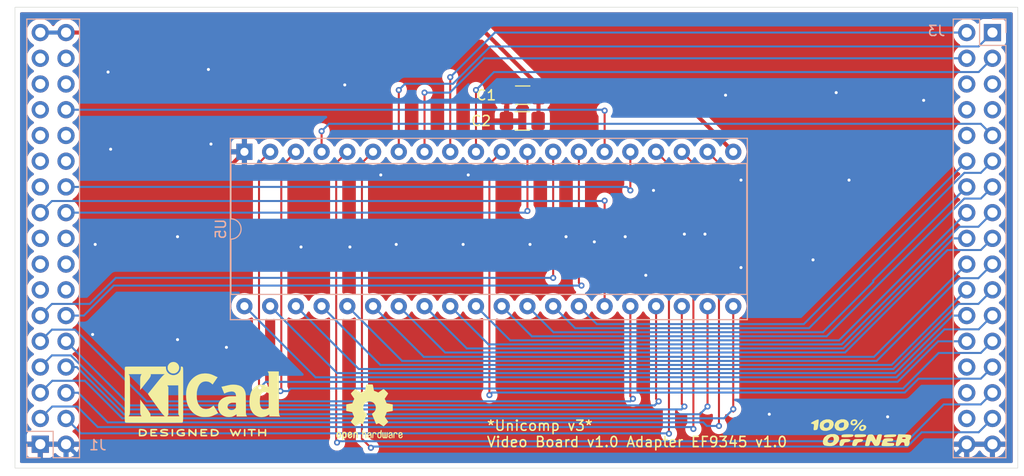
<source format=kicad_pcb>
(kicad_pcb (version 20240108) (generator "pcbnew") (generator_version "8.0")
  (layers (0 "F.Cu" signal) (31 "B.Cu" signal) (34 "B.Paste" user) (35 "F.Paste" user) (36 "B.SilkS" user "B.Silkscreen") (37 "F.SilkS" user "F.Silkscreen") (38 "B.Mask" user) (39 "F.Mask" user) (44 "Edge.Cuts" user))
  (net 0 "")
  (net 1 "GND")
  (net 2 "+5V")
  (net 3 "/VA1")
  (net 4 "/D4")
  (net 5 "/~{RST}")
  (net 6 "/D7")
  (net 7 "/VA11")
  (net 8 "/VA18")
  (net 9 "/D1")
  (net 10 "/CRSR")
  (net 11 "/VA7")
  (net 12 "/D5")
  (net 13 "/VA8")
  (net 14 "/D0")
  (net 15 "/VA13")
  (net 16 "/VCLK")
  (net 17 "/VA15")
  (net 18 "/VA0")
  (net 19 "/D6")
  (net 20 "/VA14")
  (net 21 "/VA4")
  (net 22 "/VA3")
  (net 23 "/VA6")
  (net 25 "/Res0")
  (net 26 "/R{slash}~{W}")
  (net 27 "/D3")
  (net 28 "/DE")
  (net 29 "/D2")
  (net 30 "/VA10")
  (net 31 "/VA5")
  (net 32 "/VA9")
  (net 33 "/HS")
  (net 34 "/VA12")
  (net 35 "/In0")
  (net 36 "/VA2")
  (net 37 "/VS")
  (net 38 "/~{CS}")
  (net 39 "/VA16")
  (net 40 "/VA17")
  (net 41 "/B")
  (net 42 "/Y")
  (net 43 "/CH0")
  (net 44 "/A")
  (net 45 "/Out2")
  (net 46 "/Out3")
  (net 47 "/Out6")
  (net 48 "/Out0")
  (net 49 "/Out5")
  (net 50 "/CGAI")
  (net 51 "/Out7")
  (net 52 "/CGAB")
  (net 53 "/Out4")
  (net 54 "/Out1")
  (net 55 "/~{RP}")
  (net 56 "/CGAR")
  (net 57 "/In2")
  (net 58 "/PHI2")
  (net 59 "/~{RD}")
  (net 60 "/~{WR}")
  (net 61 "/In1")
  (net 62 "/CGAG")
  (net 63 "/A0#")
  (net 64 "/A1#")
  (footprint "Symbol:OSHW-Logo2_7.3x6mm_SilkScreen" (layer "F.Cu") (at 85.5 106.5)
    (property "Reference" "H2" (hide yes))
    (property "Value" "Logo Open Source Hardware" (hide yes))
  )
  (footprint "Capacitor_SMD:C_1206_3216Metric_Pad1.33x1.80mm_HandSolder" (layer "F.Cu") (at 100.584 77.724 180)
    (property "Reference" "C2" (at 4.064 0 360) (layer "F.SilkS"))
    (property "Value" "100n")
    (pad "1" smd roundrect (at -1.5625 0 180) (size 1.325 1.8) (layers "F.Cu" "F.Paste" "F.Mask") (roundrect_rratio 0.188679) (net 2 "+5V"))
    (pad "2" smd roundrect (at 1.5625 0 180) (size 1.325 1.8) (layers "F.Cu" "F.Paste" "F.Mask") (roundrect_rratio 0.188679) (net 1 "GND"))
  )
  (footprint "Capacitor_SMD:C_1206_3216Metric_Pad1.33x1.80mm_HandSolder" (layer "F.Cu") (at 100.6225 75.184 180)
    (property "Reference" "C1" (at 3.5945 0 360) (layer "F.SilkS"))
    (property "Value" "100n")
    (pad "1" smd roundrect (at -1.5625 0 180) (size 1.325 1.8) (layers "F.Cu" "F.Paste" "F.Mask") (roundrect_rratio 0.188679) (net 2 "+5V"))
    (pad "2" smd roundrect (at 1.5625 0 180) (size 1.325 1.8) (layers "F.Cu" "F.Paste" "F.Mask") (roundrect_rratio 0.188679) (net 1 "GND"))
  )
  (footprint "Symbol:KiCad-Logo2_6mm_SilkScreen" (layer "F.Cu") (at 69 104.5)
    (property "Reference" "H1" (hide yes))
    (property "Value" "Logo kicad" (hide yes))
  )
  (footprint "my_own:Logo_100ProzentOffner_10x2.7mm" (layer "F.Cu") (at 134 108.5)
    (property "Reference" "G***" (hide yes))
    (property "Value" "LOGO" (hide yes))
  )
  (footprint "Connector_PinHeader_2.54mm:PinHeader_2x17_P2.54mm_Vertical" (layer "B.Cu") (at 147 69 180)
    (property "Reference" "J3" (at 5.522 0.166 0) (layer "B.SilkS") (effects (justify mirror)))
    (property "Value" "Outputs")
    (pad "1" thru_hole rect (at 0 0 180) (size 1.7 1.7) (drill 1) (layers "*.Cu" "*.Mask") (net 52 "/CGAB"))
    (pad "2" thru_hole oval (at 2.54 0 180) (size 1.7 1.7) (drill 1) (layers "*.Cu" "*.Mask") (net 56 "/CGAR"))
    (pad "3" thru_hole oval (at 0 -2.54 180) (size 1.7 1.7) (drill 1) (layers "*.Cu" "*.Mask") (net 50 "/CGAI"))
    (pad "4" thru_hole oval (at 2.54 -2.54 180) (size 1.7 1.7) (drill 1) (layers "*.Cu" "*.Mask") (net 62 "/CGAG"))
    (pad "5" thru_hole oval (at 0 -5.08 180) (size 1.7 1.7) (drill 1) (layers "*.Cu" "*.Mask") (net 8 "/VA18"))
    (pad "6" thru_hole oval (at 2.54 -5.08 180) (size 1.7 1.7) (drill 1) (layers "*.Cu" "*.Mask") (net 25 "/Res0"))
    (pad "7" thru_hole oval (at 0 -7.62 180) (size 1.7 1.7) (drill 1) (layers "*.Cu" "*.Mask") (net 39 "/VA16"))
    (pad "8" thru_hole oval (at 2.54 -7.62 180) (size 1.7 1.7) (drill 1) (layers "*.Cu" "*.Mask") (net 40 "/VA17"))
    (pad "9" thru_hole oval (at 0 -10.16 180) (size 1.7 1.7) (drill 1) (layers "*.Cu" "*.Mask") (net 20 "/VA14"))
    (pad "10" thru_hole oval (at 2.54 -10.16 180) (size 1.7 1.7) (drill 1) (layers "*.Cu" "*.Mask") (net 17 "/VA15"))
    (pad "11" thru_hole oval (at 0 -12.7 180) (size 1.7 1.7) (drill 1) (layers "*.Cu" "*.Mask") (net 34 "/VA12"))
    (pad "12" thru_hole oval (at 2.54 -12.7 180) (size 1.7 1.7) (drill 1) (layers "*.Cu" "*.Mask") (net 15 "/VA13"))
    (pad "13" thru_hole oval (at 0 -15.24 180) (size 1.7 1.7) (drill 1) (layers "*.Cu" "*.Mask") (net 30 "/VA10"))
    (pad "14" thru_hole oval (at 2.54 -15.24 180) (size 1.7 1.7) (drill 1) (layers "*.Cu" "*.Mask") (net 7 "/VA11"))
    (pad "15" thru_hole oval (at 0 -17.78 180) (size 1.7 1.7) (drill 1) (layers "*.Cu" "*.Mask") (net 13 "/VA8"))
    (pad "16" thru_hole oval (at 2.54 -17.78 180) (size 1.7 1.7) (drill 1) (layers "*.Cu" "*.Mask") (net 32 "/VA9"))
    (pad "17" thru_hole oval (at 0 -20.32 180) (size 1.7 1.7) (drill 1) (layers "*.Cu" "*.Mask") (net 23 "/VA6"))
    (pad "18" thru_hole oval (at 2.54 -20.32 180) (size 1.7 1.7) (drill 1) (layers "*.Cu" "*.Mask") (net 11 "/VA7"))
    (pad "19" thru_hole oval (at 0 -22.86 180) (size 1.7 1.7) (drill 1) (layers "*.Cu" "*.Mask") (net 21 "/VA4"))
    (pad "20" thru_hole oval (at 2.54 -22.86 180) (size 1.7 1.7) (drill 1) (layers "*.Cu" "*.Mask") (net 31 "/VA5"))
    (pad "21" thru_hole oval (at 0 -25.4 180) (size 1.7 1.7) (drill 1) (layers "*.Cu" "*.Mask") (net 36 "/VA2"))
    (pad "22" thru_hole oval (at 2.54 -25.4 180) (size 1.7 1.7) (drill 1) (layers "*.Cu" "*.Mask") (net 22 "/VA3"))
    (pad "23" thru_hole oval (at 0 -27.94 180) (size 1.7 1.7) (drill 1) (layers "*.Cu" "*.Mask") (net 18 "/VA0"))
    (pad "24" thru_hole oval (at 2.54 -27.94 180) (size 1.7 1.7) (drill 1) (layers "*.Cu" "*.Mask") (net 3 "/VA1"))
    (pad "25" thru_hole oval (at 0 -30.48 180) (size 1.7 1.7) (drill 1) (layers "*.Cu" "*.Mask") (net 35 "/In0"))
    (pad "26" thru_hole oval (at 2.54 -30.48 180) (size 1.7 1.7) (drill 1) (layers "*.Cu" "*.Mask") (net 61 "/In1"))
    (pad "27" thru_hole oval (at 0 -33.02 180) (size 1.7 1.7) (drill 1) (layers "*.Cu" "*.Mask") (net 57 "/In2"))
    (pad "28" thru_hole oval (at 2.54 -33.02 180) (size 1.7 1.7) (drill 1) (layers "*.Cu" "*.Mask") (net 28 "/DE"))
    (pad "29" thru_hole oval (at 0 -35.56 180) (size 1.7 1.7) (drill 1) (layers "*.Cu" "*.Mask") (net 33 "/HS"))
    (pad "30" thru_hole oval (at 2.54 -35.56 180) (size 1.7 1.7) (drill 1) (layers "*.Cu" "*.Mask") (net 10 "/CRSR"))
    (pad "31" thru_hole oval (at 0 -38.1 180) (size 1.7 1.7) (drill 1) (layers "*.Cu" "*.Mask") (net 37 "/VS"))
    (pad "32" thru_hole oval (at 2.54 -38.1 180) (size 1.7 1.7) (drill 1) (layers "*.Cu" "*.Mask") (net 55 "/~{RP}"))
    (pad "33" thru_hole oval (at 0 -40.64 180) (size 1.7 1.7) (drill 1) (layers "*.Cu" "*.Mask") (net 1 "GND"))
    (pad "34" thru_hole oval (at 2.54 -40.64 180) (size 1.7 1.7) (drill 1) (layers "*.Cu" "*.Mask") (net 1 "GND"))
  )
  (footprint "Connector_PinHeader_2.54mm:PinHeader_2x17_P2.54mm_Vertical" (layer "B.Cu") (at 53 109.64)
    (property "Reference" "J1" (at 5.674 0.088 0) (layer "B.SilkS") (effects (justify mirror)))
    (property "Value" "Inputs")
    (pad "1" thru_hole rect (at 0 0) (size 1.7 1.7) (drill 1) (layers "*.Cu" "*.Mask") (net 1 "GND"))
    (pad "2" thru_hole oval (at 2.54 0) (size 1.7 1.7) (drill 1) (layers "*.Cu" "*.Mask") (net 1 "GND"))
    (pad "3" thru_hole oval (at 0 -2.54) (size 1.7 1.7) (drill 1) (layers "*.Cu" "*.Mask") (net 9 "/D1"))
    (pad "4" thru_hole oval (at 2.54 -2.54) (size 1.7 1.7) (drill 1) (layers "*.Cu" "*.Mask") (net 14 "/D0"))
    (pad "5" thru_hole oval (at 0 -5.08) (size 1.7 1.7) (drill 1) (layers "*.Cu" "*.Mask") (net 27 "/D3"))
    (pad "6" thru_hole oval (at 2.54 -5.08) (size 1.7 1.7) (drill 1) (layers "*.Cu" "*.Mask") (net 29 "/D2"))
    (pad "7" thru_hole oval (at 0 -7.62) (size 1.7 1.7) (drill 1) (layers "*.Cu" "*.Mask") (net 12 "/D5"))
    (pad "8" thru_hole oval (at 2.54 -7.62) (size 1.7 1.7) (drill 1) (layers "*.Cu" "*.Mask") (net 4 "/D4"))
    (pad "9" thru_hole oval (at 0 -10.16) (size 1.7 1.7) (drill 1) (layers "*.Cu" "*.Mask") (net 6 "/D7"))
    (pad "10" thru_hole oval (at 2.54 -10.16) (size 1.7 1.7) (drill 1) (layers "*.Cu" "*.Mask") (net 19 "/D6"))
    (pad "11" thru_hole oval (at 0 -12.7) (size 1.7 1.7) (drill 1) (layers "*.Cu" "*.Mask") (net 54 "/Out1"))
    (pad "12" thru_hole oval (at 2.54 -12.7) (size 1.7 1.7) (drill 1) (layers "*.Cu" "*.Mask") (net 48 "/Out0"))
    (pad "13" thru_hole oval (at 0 -15.24) (size 1.7 1.7) (drill 1) (layers "*.Cu" "*.Mask") (net 46 "/Out3"))
    (pad "14" thru_hole oval (at 2.54 -15.24) (size 1.7 1.7) (drill 1) (layers "*.Cu" "*.Mask") (net 45 "/Out2"))
    (pad "15" thru_hole oval (at 0 -17.78) (size 1.7 1.7) (drill 1) (layers "*.Cu" "*.Mask") (net 49 "/Out5"))
    (pad "16" thru_hole oval (at 2.54 -17.78) (size 1.7 1.7) (drill 1) (layers "*.Cu" "*.Mask") (net 53 "/Out4"))
    (pad "17" thru_hole oval (at 0 -20.32) (size 1.7 1.7) (drill 1) (layers "*.Cu" "*.Mask") (net 51 "/Out7"))
    (pad "18" thru_hole oval (at 2.54 -20.32) (size 1.7 1.7) (drill 1) (layers "*.Cu" "*.Mask") (net 47 "/Out6"))
    (pad "19" thru_hole oval (at 0 -22.86) (size 1.7 1.7) (drill 1) (layers "*.Cu" "*.Mask") (net 38 "/~{CS}"))
    (pad "20" thru_hole oval (at 2.54 -22.86) (size 1.7 1.7) (drill 1) (layers "*.Cu" "*.Mask") (net 16 "/VCLK"))
    (pad "21" thru_hole oval (at 0 -25.4) (size 1.7 1.7) (drill 1) (layers "*.Cu" "*.Mask") (net 64 "/A1#"))
    (pad "22" thru_hole oval (at 2.54 -25.4) (size 1.7 1.7) (drill 1) (layers "*.Cu" "*.Mask") (net 26 "/R{slash}~{W}"))
    (pad "23" thru_hole oval (at 0 -27.94) (size 1.7 1.7) (drill 1) (layers "*.Cu" "*.Mask") (net 59 "/~{RD}"))
    (pad "24" thru_hole oval (at 2.54 -27.94) (size 1.7 1.7) (drill 1) (layers "*.Cu" "*.Mask") (net 63 "/A0#"))
    (pad "25" thru_hole oval (at 0 -30.48) (size 1.7 1.7) (drill 1) (layers "*.Cu" "*.Mask") (net 5 "/~{RST}"))
    (pad "26" thru_hole oval (at 2.54 -30.48) (size 1.7 1.7) (drill 1) (layers "*.Cu" "*.Mask") (net 60 "/~{WR}"))
    (pad "27" thru_hole oval (at 0 -33.02) (size 1.7 1.7) (drill 1) (layers "*.Cu" "*.Mask") (net 43 "/CH0"))
    (pad "28" thru_hole oval (at 2.54 -33.02) (size 1.7 1.7) (drill 1) (layers "*.Cu" "*.Mask") (net 58 "/PHI2"))
    (pad "29" thru_hole oval (at 0 -35.56) (size 1.7 1.7) (drill 1) (layers "*.Cu" "*.Mask") (net 42 "/Y"))
    (pad "30" thru_hole oval (at 2.54 -35.56) (size 1.7 1.7) (drill 1) (layers "*.Cu" "*.Mask") (net 44 "/A"))
    (pad "31" thru_hole oval (at 0 -38.1) (size 1.7 1.7) (drill 1) (layers "*.Cu" "*.Mask") (net 41 "/B"))
    (pad "32" thru_hole oval (at 2.54 -38.1) (size 1.7 1.7) (drill 1) (layers "*.Cu" "*.Mask"))
    (pad "33" thru_hole oval (at 0 -40.64) (size 1.7 1.7) (drill 1) (layers "*.Cu" "*.Mask") (net 2 "+5V"))
    (pad "34" thru_hole oval (at 2.54 -40.64) (size 1.7 1.7) (drill 1) (layers "*.Cu" "*.Mask") (net 2 "+5V"))
  )
  (footprint "Package_DIP:DIP-40_W15.24mm_Socket" (layer "B.Cu") (at 73.152 80.772 -90)
    (property "Reference" "U5" (at 7.62 2.33 90) (layer "B.SilkS") (effects (justify mirror)))
    (property "Value" "EF9345" (hide yes))
    (pad "1" thru_hole rect (at 0 0 270) (size 1.6 1.6) (drill 0.8) (layers "*.Cu" "*.Mask") (net 1 "GND"))
    (pad "2" thru_hole oval (at 0 -2.54 270) (size 1.6 1.6) (drill 0.8) (layers "*.Cu" "*.Mask") (net 61 "/In1"))
    (pad "3" thru_hole oval (at 0 -5.08 270) (size 1.6 1.6) (drill 0.8) (layers "*.Cu" "*.Mask") (net 35 "/In0"))
    (pad "4" thru_hole oval (at 0 -7.62 270) (size 1.6 1.6) (drill 0.8) (layers "*.Cu" "*.Mask") (net 20 "/VA14"))
    (pad "5" thru_hole oval (at 0 -10.16 270) (size 1.6 1.6) (drill 0.8) (layers "*.Cu" "*.Mask") (net 33 "/HS"))
    (pad "6" thru_hole oval (at 0 -12.7 270) (size 1.6 1.6) (drill 0.8) (layers "*.Cu" "*.Mask") (net 37 "/VS"))
    (pad "7" thru_hole oval (at 0 -15.24 270) (size 1.6 1.6) (drill 0.8) (layers "*.Cu" "*.Mask") (net 52 "/CGAB"))
    (pad "8" thru_hole oval (at 0 -17.78 270) (size 1.6 1.6) (drill 0.8) (layers "*.Cu" "*.Mask") (net 62 "/CGAG"))
    (pad "9" thru_hole oval (at 0 -20.32 270) (size 1.6 1.6) (drill 0.8) (layers "*.Cu" "*.Mask") (net 56 "/CGAR"))
    (pad "10" thru_hole oval (at 0 -22.86 270) (size 1.6 1.6) (drill 0.8) (layers "*.Cu" "*.Mask") (net 50 "/CGAI"))
    (pad "11" thru_hole oval (at 0 -25.4 270) (size 1.6 1.6) (drill 0.8) (layers "*.Cu" "*.Mask") (net 57 "/In2"))
    (pad "12" thru_hole oval (at 0 -27.94 270) (size 1.6 1.6) (drill 0.8) (layers "*.Cu" "*.Mask") (net 16 "/VCLK"))
    (pad "13" thru_hole oval (at 0 -30.48 270) (size 1.6 1.6) (drill 0.8) (layers "*.Cu" "*.Mask") (net 54 "/Out1"))
    (pad "14" thru_hole oval (at 0 -33.02 270) (size 1.6 1.6) (drill 0.8) (layers "*.Cu" "*.Mask") (net 48 "/Out0"))
    (pad "15" thru_hole oval (at 0 -35.56 270) (size 1.6 1.6) (drill 0.8) (layers "*.Cu" "*.Mask") (net 58 "/PHI2"))
    (pad "16" thru_hole oval (at 0 -38.1 270) (size 1.6 1.6) (drill 0.8) (layers "*.Cu" "*.Mask") (net 26 "/R{slash}~{W}"))
    (pad "17" thru_hole oval (at 0 -40.64 270) (size 1.6 1.6) (drill 0.8) (layers "*.Cu" "*.Mask") (net 14 "/D0"))
    (pad "18" thru_hole oval (at 0 -43.18 270) (size 1.6 1.6) (drill 0.8) (layers "*.Cu" "*.Mask") (net 9 "/D1"))
    (pad "19" thru_hole oval (at 0 -45.72 270) (size 1.6 1.6) (drill 0.8) (layers "*.Cu" "*.Mask") (net 29 "/D2"))
    (pad "20" thru_hole oval (at 0 -48.26 270) (size 1.6 1.6) (drill 0.8) (layers "*.Cu" "*.Mask") (net 2 "+5V"))
    (pad "21" thru_hole oval (at 15.24 -48.26 270) (size 1.6 1.6) (drill 0.8) (layers "*.Cu" "*.Mask") (net 27 "/D3"))
    (pad "22" thru_hole oval (at 15.24 -45.72 270) (size 1.6 1.6) (drill 0.8) (layers "*.Cu" "*.Mask") (net 4 "/D4"))
    (pad "23" thru_hole oval (at 15.24 -43.18 270) (size 1.6 1.6) (drill 0.8) (layers "*.Cu" "*.Mask") (net 12 "/D5"))
    (pad "24" thru_hole oval (at 15.24 -40.64 270) (size 1.6 1.6) (drill 0.8) (layers "*.Cu" "*.Mask") (net 19 "/D6"))
    (pad "25" thru_hole oval (at 15.24 -38.1 270) (size 1.6 1.6) (drill 0.8) (layers "*.Cu" "*.Mask") (net 6 "/D7"))
    (pad "26" thru_hole oval (at 15.24 -35.56 270) (size 1.6 1.6) (drill 0.8) (layers "*.Cu" "*.Mask") (net 38 "/~{CS}"))
    (pad "27" thru_hole oval (at 15.24 -33.02 270) (size 1.6 1.6) (drill 0.8) (layers "*.Cu" "*.Mask") (net 15 "/VA13"))
    (pad "28" thru_hole oval (at 15.24 -30.48 270) (size 1.6 1.6) (drill 0.8) (layers "*.Cu" "*.Mask") (net 34 "/VA12"))
    (pad "29" thru_hole oval (at 15.24 -27.94 270) (size 1.6 1.6) (drill 0.8) (layers "*.Cu" "*.Mask") (net 7 "/VA11"))
    (pad "30" thru_hole oval (at 15.24 -25.4 270) (size 1.6 1.6) (drill 0.8) (layers "*.Cu" "*.Mask") (net 30 "/VA10"))
    (pad "31" thru_hole oval (at 15.24 -22.86 270) (size 1.6 1.6) (drill 0.8) (layers "*.Cu" "*.Mask") (net 32 "/VA9"))
    (pad "32" thru_hole oval (at 15.24 -20.32 270) (size 1.6 1.6) (drill 0.8) (layers "*.Cu" "*.Mask") (net 13 "/VA8"))
    (pad "33" thru_hole oval (at 15.24 -17.78 270) (size 1.6 1.6) (drill 0.8) (layers "*.Cu" "*.Mask") (net 11 "/VA7"))
    (pad "34" thru_hole oval (at 15.24 -15.24 270) (size 1.6 1.6) (drill 0.8) (layers "*.Cu" "*.Mask") (net 23 "/VA6"))
    (pad "35" thru_hole oval (at 15.24 -12.7 270) (size 1.6 1.6) (drill 0.8) (layers "*.Cu" "*.Mask") (net 31 "/VA5"))
    (pad "36" thru_hole oval (at 15.24 -10.16 270) (size 1.6 1.6) (drill 0.8) (layers "*.Cu" "*.Mask") (net 21 "/VA4"))
    (pad "37" thru_hole oval (at 15.24 -7.62 270) (size 1.6 1.6) (drill 0.8) (layers "*.Cu" "*.Mask") (net 22 "/VA3"))
    (pad "38" thru_hole oval (at 15.24 -5.08 270) (size 1.6 1.6) (drill 0.8) (layers "*.Cu" "*.Mask") (net 36 "/VA2"))
    (pad "39" thru_hole oval (at 15.24 -2.54 270) (size 1.6 1.6) (drill 0.8) (layers "*.Cu" "*.Mask") (net 3 "/VA1"))
    (pad "40" thru_hole oval (at 15.24 0 270) (size 1.6 1.6) (drill 0.8) (layers "*.Cu" "*.Mask") (net 18 "/VA0"))
  )
  (gr_rect (start 50.5 66.5) (end 149.5 112) (stroke (width 0.05)) (fill none) (layer "Edge.Cuts"))
  (gr_text "*Unicomp v3*\nVideo Board v1.0 Adapter EF9345 v1.0" (at 97 110 0) (layer "F.SilkS") (effects (font (size 1 1)) (justify left bottom)))
  (segment (start 99.06 75.184) (end 95.758 71.882) (width 0.4) (layer "F.Cu") (net 1))
  (segment (start 67.984 109.64) (end 53 109.64) (width 0.4) (layer "F.Cu") (net 1))
  (segment (start 68.326 85.598) (end 68.326 109.298) (width 0.4) (layer "F.Cu") (net 1))
  (segment (start 73.152 76.454) (end 73.152 80.772) (width 0.4) (layer "F.Cu") (net 1))
  (segment (start 77.724 71.882) (end 73.152 76.454) (width 0.4) (layer "F.Cu") (net 1))
  (segment (start 68.326 109.298) (end 67.984 109.64) (width 0.4) (layer "F.Cu") (net 1))
  (segment (start 99.06 75.184) (end 99.06 77.6855) (width 0.4) (layer "F.Cu") (net 1))
  (segment (start 73.152 80.772) (end 68.326 85.598) (width 0.4) (layer "F.Cu") (net 1))
  (segment (start 95.758 71.882) (end 77.724 71.882) (width 0.4) (layer "F.Cu") (net 1))
  (segment (start 99.06 77.6855) (end 99.0215 77.724) (width 0.4) (layer "F.Cu") (net 1))
  (via (at 69.596 72.644) (size 0.6) (drill 0.3) (layers "F.Cu" "B.Cu") (net 1))
  (via (at 95.25 83.058) (size 0.6) (drill 0.3) (layers "F.Cu" "B.Cu") (net 1))
  (via (at 120.65 75.184) (size 0.6) (drill 0.3) (layers "F.Cu" "B.Cu") (net 1))
  (via (at 83.058 74.168) (size 0.6) (drill 0.3) (layers "F.Cu" "B.Cu") (net 1))
  (via (at 101.346 89.916) (size 0.6) (drill 0.3) (layers "F.Cu" "B.Cu") (net 1))
  (via (at 104.902 89.154) (size 0.6) (drill 0.3) (layers "F.Cu" "B.Cu") (net 1))
  (via (at 83.566 90.17) (size 0.6) (drill 0.3) (layers "F.Cu" "B.Cu") (net 1))
  (via (at 94.742 89.916) (size 0.6) (drill 0.3) (layers "F.Cu" "B.Cu") (net 1))
  (via (at 58.42 89.916) (size 0.6) (drill 0.3) (layers "F.Cu" "B.Cu") (net 1))
  (via (at 112.776 92.964) (size 0.6) (drill 0.3) (layers "F.Cu" "B.Cu") (net 1))
  (via (at 71.374 100.076) (size 0.6) (drill 0.3) (layers "F.Cu" "B.Cu") (net 1))
  (via (at 131.572 74.93) (size 0.6) (drill 0.3) (layers "F.Cu" "B.Cu") (net 1))
  (via (at 86.614 83.058) (size 0.6) (drill 0.3) (layers "F.Cu" "B.Cu") (net 1))
  (via (at 58.166 98.806) (size 0.6) (drill 0.3) (layers "F.Cu" "B.Cu") (net 1))
  (via (at 110.744 89.154) (size 0.6) (drill 0.3) (layers "F.Cu" "B.Cu") (net 1))
  (via (at 59.69 72.898) (size 0.6) (drill 0.3) (layers "F.Cu" "B.Cu") (net 1))
  (via (at 129.286 91.44) (size 0.6) (drill 0.3) (layers "F.Cu" "B.Cu") (net 1))
  (via (at 78.74 90.17) (size 0.6) (drill 0.3) (layers "F.Cu" "B.Cu") (net 1))
  (via (at 132.842 83.566) (size 0.6) (drill 0.3) (layers "F.Cu" "B.Cu") (net 1))
  (via (at 116.586 88.9) (size 0.6) (drill 0.3) (layers "F.Cu" "B.Cu") (net 1))
  (via (at 122.174 83.566) (size 0.6) (drill 0.3) (layers "F.Cu" "B.Cu") (net 1))
  (via (at 113.538 84.582) (size 0.6) (drill 0.3) (layers "F.Cu" "B.Cu") (net 1))
  (via (at 66.548 89.154) (size 0.6) (drill 0.3) (layers "F.Cu" "B.Cu") (net 1))
  (via (at 59.944 80.518) (size 0.6) (drill 0.3) (layers "F.Cu" "B.Cu") (net 1))
  (via (at 136.652 106.934) (size 0.6) (drill 0.3) (layers "F.Cu" "B.Cu") (net 1))
  (via (at 88.138 89.916) (size 0.6) (drill 0.3) (layers "F.Cu" "B.Cu") (net 1))
  (via (at 66.548 99.314) (size 0.6) (drill 0.3) (layers "F.Cu" "B.Cu") (net 1))
  (via (at 107.696 89.662) (size 0.6) (drill 0.3) (layers "F.Cu" "B.Cu") (net 1))
  (via (at 124.968 106.68) (size 0.6) (drill 0.3) (layers "F.Cu" "B.Cu") (net 1))
  (via (at 118.618 88.9) (size 0.6) (drill 0.3) (layers "F.Cu" "B.Cu") (net 1))
  (via (at 122.174 92.202) (size 0.6) (drill 0.3) (layers "F.Cu" "B.Cu") (net 1))
  (via (at 69.85 80.01) (size 0.6) (drill 0.3) (layers "F.Cu" "B.Cu") (net 1))
  (via (at 140.208 75.692) (size 0.6) (drill 0.3) (layers "F.Cu" "B.Cu") (net 1))
  (segment (start 144.46 109.64) (end 143.356 110.744) (width 0.4) (layer "B.Cu") (net 1))
  (segment (start 56.644 110.744) (end 55.54 109.64) (width 0.4) (layer "B.Cu") (net 1))
  (segment (start 147 109.64) (end 144.46 109.64) (width 0.4) (layer "B.Cu") (net 1))
  (segment (start 143.356 110.744) (end 56.644 110.744) (width 0.4) (layer "B.Cu") (net 1))
  (segment (start 102.185 75.184) (end 102.185 77.6855) (width 0.4) (layer "F.Cu") (net 2))
  (segment (start 115.824 75.184) (end 121.412 80.772) (width 0.4) (layer "F.Cu") (net 2))
  (segment (start 55.54 69) (end 96.94 69) (width 0.4) (layer "F.Cu") (net 2))
  (segment (start 102.185 74.245) (end 102.185 75.184) (width 0.4) (layer "F.Cu") (net 2))
  (segment (start 102.185 77.6855) (end 102.1465 77.724) (width 0.4) (layer "F.Cu") (net 2))
  (segment (start 102.185 75.184) (end 115.824 75.184) (width 0.4) (layer "F.Cu") (net 2))
  (segment (start 96.94 69) (end 102.185 74.245) (width 0.4) (layer "F.Cu") (net 2))
  (segment (start 53 69) (end 55.54 69) (width 0.4) (layer "B.Cu") (net 2))
  (segment (start 137.375372 102.616) (end 82.296 102.616) (width 0.2) (layer "B.Cu") (net 3))
  (segment (start 143.051372 96.94) (end 137.375372 102.616) (width 0.2) (layer "B.Cu") (net 3))
  (segment (start 144.46 96.94) (end 143.051372 96.94) (width 0.2) (layer "B.Cu") (net 3))
  (segment (start 82.296 102.616) (end 75.692 96.012) (width 0.2) (layer "B.Cu") (net 3))
  (segment (start 118.872 105.918) (end 118.872001 105.917999) (width 0.2) (layer "F.Cu") (net 4))
  (segment (start 118.872 96.012) (end 118.872 105.918) (width 0.2) (layer "F.Cu") (net 4))
  (via (at 118.872001 105.917999) (size 0.6) (drill 0.3) (layers "F.Cu" "B.Cu") (net 4))
  (segment (start 61.26066 106.68) (end 118.11 106.68) (width 0.2) (layer "B.Cu") (net 4))
  (segment (start 118.11 106.68) (end 118.872001 105.917999) (width 0.2) (layer "B.Cu") (net 4))
  (segment (start 56.60066 102.02) (end 61.26066 106.68) (width 0.2) (layer "B.Cu") (net 4))
  (segment (start 55.54 102.02) (end 56.60066 102.02) (width 0.2) (layer "B.Cu") (net 4))
  (segment (start 111.252 104.902) (end 111.506 105.156) (width 0.2) (layer "F.Cu") (net 6))
  (segment (start 111.252 96.012) (end 111.252 104.902) (width 0.2) (layer "F.Cu") (net 6))
  (via (at 111.506 105.156) (size 0.6) (drill 0.3) (layers "F.Cu" "B.Cu") (net 6))
  (segment (start 111.256 105.406) (end 111.506 105.156) (width 0.2) (layer "B.Cu") (net 6))
  (segment (start 54.15 98.33) (end 56.42 98.33) (width 0.2) (layer "B.Cu") (net 6))
  (segment (start 63.496 105.406) (end 111.256 105.406) (width 0.2) (layer "B.Cu") (net 6))
  (segment (start 56.42 98.33) (end 63.496 105.406) (width 0.2) (layer "B.Cu") (net 6))
  (segment (start 53 99.48) (end 54.15 98.33) (width 0.2) (layer "B.Cu") (net 6))
  (segment (start 135.228 93.472) (end 135.228 93.626) (width 0.2) (layer "B.Cu") (net 7))
  (segment (start 135.228 93.626) (end 130.27 98.584) (width 0.2) (layer "B.Cu") (net 7))
  (segment (start 144.46 84.24) (end 135.228 93.472) (width 0.2) (layer "B.Cu") (net 7))
  (segment (start 130.27 98.584) (end 103.664 98.584) (width 0.2) (layer "B.Cu") (net 7))
  (segment (start 103.664 98.584) (end 101.092 96.012) (width 0.2) (layer "B.Cu") (net 7))
  (segment (start 117.474998 81.914998) (end 117.474998 108.13) (width 0.2) (layer "F.Cu") (net 9))
  (segment (start 116.332 80.772) (end 117.474998 81.914998) (width 0.2) (layer "F.Cu") (net 9))
  (via (at 117.474998 108.13) (size 0.6) (drill 0.3) (layers "F.Cu" "B.Cu") (net 9))
  (segment (start 54.182002 105.917998) (end 56.641998 105.917998) (width 0.2) (layer "B.Cu") (net 9))
  (segment (start 56.641998 105.917998) (end 58.674 107.95) (width 0.2) (layer "B.Cu") (net 9))
  (segment (start 117.294998 107.95) (end 117.474998 108.13) (width 0.2) (layer "B.Cu") (net 9))
  (segment (start 53 107.1) (end 54.182002 105.917998) (width 0.2) (layer "B.Cu") (net 9))
  (segment (start 58.674 107.95) (end 117.294998 107.95) (width 0.2) (layer "B.Cu") (net 9))
  (segment (start 95.104 100.184) (end 132.283686 100.184) (width 0.2) (layer "B.Cu") (net 11))
  (segment (start 90.932 96.012) (end 95.104 100.184) (width 0.2) (layer "B.Cu") (net 11))
  (segment (start 143.147686 89.32) (end 144.46 89.32) (width 0.2) (layer "B.Cu") (net 11))
  (segment (start 132.283686 100.184) (end 143.147686 89.32) (width 0.2) (layer "B.Cu") (net 11))
  (segment (start 116.332 105.664) (end 116.586 105.918) (width 0.2) (layer "F.Cu") (net 12))
  (segment (start 116.332 96.012) (end 116.332 105.664) (width 0.2) (layer "F.Cu") (net 12))
  (via (at 116.586 105.918) (size 0.6) (drill 0.3) (layers "F.Cu" "B.Cu") (net 12))
  (segment (start 61.352346 106.206) (end 116.298 106.206) (width 0.2) (layer "B.Cu") (net 12))
  (segment (start 56.016346 100.87) (end 61.352346 106.206) (width 0.2) (layer "B.Cu") (net 12))
  (segment (start 116.298 106.206) (end 116.586 105.918) (width 0.2) (layer "B.Cu") (net 12))
  (segment (start 54.15 100.87) (end 56.016346 100.87) (width 0.2) (layer "B.Cu") (net 12))
  (segment (start 53 102.02) (end 54.15 100.87) (width 0.2) (layer "B.Cu") (net 12))
  (segment (start 143.732 88.17) (end 132.118 99.784) (width 0.2) (layer "B.Cu") (net 13))
  (segment (start 145.61 88.17) (end 143.732 88.17) (width 0.2) (layer "B.Cu") (net 13))
  (segment (start 132.118 99.784) (end 97.244 99.784) (width 0.2) (layer "B.Cu") (net 13))
  (segment (start 147 86.78) (end 145.61 88.17) (width 0.2) (layer "B.Cu") (net 13))
  (segment (start 97.244 99.784) (end 93.472 96.012) (width 0.2) (layer "B.Cu") (net 13))
  (segment (start 113.792 80.772) (end 115.062 82.042) (width 0.2) (layer "F.Cu") (net 14))
  (segment (start 115.062 82.042) (end 115.062 108.6) (width 0.2) (layer "F.Cu") (net 14))
  (via (at 115.062 108.6) (size 0.6) (drill 0.3) (layers "F.Cu" "B.Cu") (net 14))
  (segment (start 55.54 107.1) (end 57.006 108.566) (width 0.2) (layer "B.Cu") (net 14))
  (segment (start 115.028 108.566) (end 115.062 108.6) (width 0.2) (layer "B.Cu") (net 14))
  (segment (start 57.006 108.566) (end 115.028 108.566) (width 0.2) (layer "B.Cu") (net 14))
  (segment (start 128.376 97.784) (end 144.46 81.7) (width 0.2) (layer "B.Cu") (net 15))
  (segment (start 107.944 97.784) (end 128.376 97.784) (width 0.2) (layer "B.Cu") (net 15))
  (segment (start 106.172 96.012) (end 107.944 97.784) (width 0.2) (layer "B.Cu") (net 15))
  (segment (start 101.092 80.772) (end 101.092 86.614) (width 0.2) (layer "F.Cu") (net 16))
  (via (at 101.092 86.614) (size 0.6) (drill 0.3) (layers "F.Cu" "B.Cu") (net 16))
  (segment (start 100.926 86.78) (end 101.092 86.614) (width 0.2) (layer "B.Cu") (net 16))
  (segment (start 55.54 86.78) (end 100.926 86.78) (width 0.2) (layer "B.Cu") (net 16))
  (segment (start 142.259058 98.298) (end 145.642 98.298) (width 0.2) (layer "B.Cu") (net 18))
  (segment (start 137.525808 103.03125) (end 142.259058 98.298) (width 0.2) (layer "B.Cu") (net 18))
  (segment (start 80.17125 103.03125) (end 137.525808 103.03125) (width 0.2) (layer "B.Cu") (net 18))
  (segment (start 73.152 96.012) (end 80.17125 103.03125) (width 0.2) (layer "B.Cu") (net 18))
  (segment (start 145.642 98.298) (end 147 96.94) (width 0.2) (layer "B.Cu") (net 18))
  (segment (start 113.792 105.156) (end 114.046 105.41) (width 0.2) (layer "F.Cu") (net 19))
  (segment (start 113.792 96.012) (end 113.792 105.156) (width 0.2) (layer "F.Cu") (net 19))
  (via (at 114.046 105.41) (size 0.6) (drill 0.3) (layers "F.Cu" "B.Cu") (net 19))
  (segment (start 55.54 99.48) (end 61.866 105.806) (width 0.2) (layer "B.Cu") (net 19))
  (segment (start 113.65 105.806) (end 114.046 105.41) (width 0.2) (layer "B.Cu") (net 19))
  (segment (start 61.866 105.806) (end 113.65 105.806) (width 0.2) (layer "B.Cu") (net 19))
  (segment (start 80.772 80.772) (end 80.772 78.74) (width 0.2) (layer "F.Cu") (net 20))
  (via (at 80.772 78.74) (size 0.6) (drill 0.3) (layers "F.Cu" "B.Cu") (net 20))
  (segment (start 145.85 78.01) (end 147 79.16) (width 0.2) (layer "B.Cu") (net 20))
  (segment (start 81.502 78.01) (end 145.85 78.01) (width 0.2) (layer "B.Cu") (net 20))
  (segment (start 80.772 78.74) (end 81.502 78.01) (width 0.2) (layer "B.Cu") (net 20))
  (segment (start 145.61 93.25) (end 147 91.86) (width 0.2) (layer "B.Cu") (net 21))
  (segment (start 135.566 101.416) (end 143.732 93.25) (width 0.2) (layer "B.Cu") (net 21))
  (segment (start 88.716 101.416) (end 135.566 101.416) (width 0.2) (layer "B.Cu") (net 21))
  (segment (start 143.732 93.25) (end 145.61 93.25) (width 0.2) (layer "B.Cu") (net 21))
  (segment (start 83.312 96.012) (end 88.716 101.416) (width 0.2) (layer "B.Cu") (net 21))
  (segment (start 137.044 101.816) (end 86.576 101.816) (width 0.2) (layer "B.Cu") (net 22))
  (segment (start 144.46 94.4) (end 137.044 101.816) (width 0.2) (layer "B.Cu") (net 22))
  (segment (start 86.576 101.816) (end 80.772 96.012) (width 0.2) (layer "B.Cu") (net 22))
  (segment (start 132.449372 100.584) (end 92.964 100.584) (width 0.2) (layer "B.Cu") (net 23))
  (segment (start 142.563372 90.47) (end 132.449372 100.584) (width 0.2) (layer "B.Cu") (net 23))
  (segment (start 92.964 100.584) (end 88.392 96.012) (width 0.2) (layer "B.Cu") (net 23))
  (segment (start 145.85 90.47) (end 142.563372 90.47) (width 0.2) (layer "B.Cu") (net 23))
  (segment (start 147 89.32) (end 145.85 90.47) (width 0.2) (layer "B.Cu") (net 23))
  (segment (start 111.252 80.772) (end 111.252 84.582) (width 0.2) (layer "F.Cu") (net 26))
  (via (at 111.252 84.582) (size 0.6) (drill 0.3) (layers "F.Cu" "B.Cu") (net 26))
  (segment (start 111.252 84.582) (end 110.91 84.24) (width 0.2) (layer "B.Cu") (net 26))
  (segment (start 110.91 84.24) (end 55.54 84.24) (width 0.2) (layer "B.Cu") (net 26))
  (segment (start 121.412 106.42601) (end 121.412 106.172006) (width 0.2) (layer "F.Cu") (net 27))
  (segment (start 121.412 96.012) (end 121.412 106.42601) (width 0.2) (layer "F.Cu") (net 27))
  (via (at 121.412 106.172006) (size 0.6) (drill 0.3) (layers "F.Cu" "B.Cu") (net 27))
  (segment (start 120.504006 107.08) (end 121.412 106.172006) (width 0.2) (layer "B.Cu") (net 27))
  (segment (start 54.182 103.378) (end 57.392974 103.378) (width 0.2) (layer "B.Cu") (net 27))
  (segment (start 61.094974 107.08) (end 120.504006 107.08) (width 0.2) (layer "B.Cu") (net 27))
  (segment (start 53 104.56) (end 54.182 103.378) (width 0.2) (layer "B.Cu") (net 27))
  (segment (start 57.392974 103.378) (end 61.094974 107.08) (width 0.2) (layer "B.Cu") (net 27))
  (segment (start 119.999998 81.899998) (end 119.999998 107.838002) (width 0.2) (layer "F.Cu") (net 29))
  (segment (start 118.872 80.772) (end 119.999998 81.899998) (width 0.2) (layer "F.Cu") (net 29))
  (via (at 119.999998 107.838002) (size 0.6) (drill 0.3) (layers "F.Cu" "B.Cu") (net 29))
  (segment (start 56.742081 104.56) (end 59.662081 107.48) (width 0.2) (layer "B.Cu") (net 29))
  (segment (start 59.662081 107.48) (end 118.441372 107.48) (width 0.2) (layer "B.Cu") (net 29))
  (segment (start 55.54 104.56) (end 56.742081 104.56) (width 0.2) (layer "B.Cu") (net 29))
  (segment (start 118.799374 107.838002) (end 119.999998 107.838002) (width 0.2) (layer "B.Cu") (net 29))
  (segment (start 118.441372 107.48) (end 118.799374 107.838002) (width 0.2) (layer "B.Cu") (net 29))
  (segment (start 130.629654 98.984) (end 144.223654 85.39) (width 0.2) (layer "B.Cu") (net 30))
  (segment (start 101.524 98.984) (end 130.629654 98.984) (width 0.2) (layer "B.Cu") (net 30))
  (segment (start 145.85 85.39) (end 147 84.24) (width 0.2) (layer "B.Cu") (net 30))
  (segment (start 98.552 96.012) (end 101.524 98.984) (width 0.2) (layer "B.Cu") (net 30))
  (segment (start 144.223654 85.39) (end 145.85 85.39) (width 0.2) (layer "B.Cu") (net 30))
  (segment (start 135.304 101.016) (end 144.46 91.86) (width 0.2) (layer "B.Cu") (net 31))
  (segment (start 85.852 96.012) (end 90.856 101.016) (width 0.2) (layer "B.Cu") (net 31))
  (segment (start 90.856 101.016) (end 135.304 101.016) (width 0.2) (layer "B.Cu") (net 31))
  (segment (start 131.856 99.384) (end 99.384 99.384) (width 0.2) (layer "B.Cu") (net 32))
  (segment (start 99.384 99.384) (end 96.012 96.012) (width 0.2) (layer "B.Cu") (net 32))
  (segment (start 144.46 86.78) (end 131.856 99.384) (width 0.2) (layer "B.Cu") (net 32))
  (segment (start 82.212 81.872) (end 82.212 109.39) (width 0.2) (layer "F.Cu") (net 33))
  (segment (start 82.212 109.39) (end 82.296 109.474) (width 0.2) (layer "F.Cu") (net 33))
  (segment (start 83.312 80.772) (end 82.212 81.872) (width 0.2) (layer "F.Cu") (net 33))
  (via (at 82.296 109.474) (size 0.6) (drill 0.3) (layers "F.Cu" "B.Cu") (net 33))
  (segment (start 82.426 109.344) (end 138.56 109.344) (width 0.2) (layer "B.Cu") (net 33))
  (segment (start 142.194 105.71) (end 145.85 105.71) (width 0.2) (layer "B.Cu") (net 33))
  (segment (start 138.56 109.344) (end 142.194 105.71) (width 0.2) (layer "B.Cu") (net 33))
  (segment (start 145.85 105.71) (end 147 104.56) (width 0.2) (layer "B.Cu") (net 33))
  (segment (start 82.296 109.474) (end 82.426 109.344) (width 0.2) (layer "B.Cu") (net 33))
  (segment (start 145.85 82.85) (end 147 81.7) (width 0.2) (layer "B.Cu") (net 34))
  (segment (start 136.398 90.678) (end 136.398 90.675654) (width 0.2) (layer "B.Cu") (net 34))
  (segment (start 136.398 90.675654) (end 144.223654 82.85) (width 0.2) (layer "B.Cu") (net 34))
  (segment (start 144.223654 82.85) (end 145.85 82.85) (width 0.2) (layer "B.Cu") (net 34))
  (segment (start 103.632 96.012) (end 105.804 98.184) (width 0.2) (layer "B.Cu") (net 34))
  (segment (start 128.892 98.184) (end 136.398 90.678) (width 0.2) (layer "B.Cu") (net 34))
  (segment (start 105.804 98.184) (end 128.892 98.184) (width 0.2) (layer "B.Cu") (net 34))
  (segment (start 76.792 82.212) (end 76.792 104.31) (width 0.2) (layer "F.Cu") (net 35))
  (segment (start 78.232 80.772) (end 76.792 82.212) (width 0.2) (layer "F.Cu") (net 35))
  (segment (start 76.792 104.31) (end 76.708 104.394) (width 0.2) (layer "F.Cu") (net 35))
  (via (at 76.708 104.394) (size 0.6) (drill 0.3) (layers "F.Cu" "B.Cu") (net 35))
  (segment (start 138.176 104.14) (end 141.686 100.63) (width 0.2) (layer "B.Cu") (net 35))
  (segment (start 77.724 104.14) (end 138.176 104.14) (width 0.2) (layer "B.Cu") (net 35))
  (segment (start 145.85 100.63) (end 147 99.48) (width 0.2) (layer "B.Cu") (net 35))
  (segment (start 77.47 104.394) (end 77.724 104.14) (width 0.2) (layer "B.Cu") (net 35))
  (segment (start 141.686 100.63) (end 145.85 100.63) (width 0.2) (layer "B.Cu") (net 35))
  (segment (start 76.708 104.394) (end 77.47 104.394) (width 0.2) (layer "B.Cu") (net 35))
  (segment (start 143.635686 95.79) (end 145.61 95.79) (width 0.2) (layer "B.Cu") (net 36))
  (segment (start 78.232 96.012) (end 84.436 102.216) (width 0.2) (layer "B.Cu") (net 36))
  (segment (start 145.61 95.79) (end 147 94.4) (width 0.2) (layer "B.Cu") (net 36))
  (segment (start 84.436 102.216) (end 137.209686 102.216) (width 0.2) (layer "B.Cu") (net 36))
  (segment (start 137.209686 102.216) (end 143.635686 95.79) (width 0.2) (layer "B.Cu") (net 36))
  (segment (start 84.752 109.10695) (end 85.63905 109.994) (width 0.2) (layer "F.Cu") (net 37))
  (segment (start 84.752 81.872) (end 84.752 109.10695) (width 0.2) (layer "F.Cu") (net 37))
  (segment (start 85.852 80.772) (end 84.752 81.872) (width 0.2) (layer "F.Cu") (net 37))
  (via (at 85.63905 109.994) (size 0.6) (drill 0.3) (layers "F.Cu" "B.Cu") (net 37))
  (segment (start 145.642 108.458) (end 140.011686 108.458) (width 0.2) (layer "B.Cu") (net 37))
  (segment (start 147 107.1) (end 145.642 108.458) (width 0.2) (layer "B.Cu") (net 37))
  (segment (start 138.595686 109.874) (end 85.75905 109.874) (width 0.2) (layer "B.Cu") (net 37))
  (segment (start 85.75905 109.874) (end 85.63905 109.994) (width 0.2) (layer "B.Cu") (net 37))
  (segment (start 140.011686 108.458) (end 138.595686 109.874) (width 0.2) (layer "B.Cu") (net 37))
  (segment (start 108.712 96.012) (end 108.712 85.598004) (width 0.2) (layer "F.Cu") (net 38))
  (segment (start 108.712 85.598004) (end 108.711996 85.598) (width 0.2) (layer "F.Cu") (net 38))
  (via (at 108.711996 85.598) (size 0.6) (drill 0.3) (layers "F.Cu" "B.Cu") (net 38))
  (segment (start 54.15 85.63) (end 108.679996 85.63) (width 0.2) (layer "B.Cu") (net 38))
  (segment (start 53 86.78) (end 54.15 85.63) (width 0.2) (layer "B.Cu") (net 38))
  (segment (start 108.679996 85.63) (end 108.711996 85.598) (width 0.2) (layer "B.Cu") (net 38))
  (segment (start 106.172 93.726) (end 106.426 93.98) (width 0.2) (layer "F.Cu") (net 48))
  (segment (start 106.172 80.772) (end 106.172 93.726) (width 0.2) (layer "F.Cu") (net 48))
  (via (at 106.426 93.98) (size 0.6) (drill 0.3) (layers "F.Cu" "B.Cu") (net 48))
  (segment (start 106.426 93.98) (end 60.255686 93.98) (width 0.2) (layer "B.Cu") (net 48))
  (segment (start 57.295686 96.94) (end 55.54 96.94) (width 0.2) (layer "B.Cu") (net 48))
  (segment (start 60.255686 93.98) (end 57.295686 96.94) (width 0.2) (layer "B.Cu") (net 48))
  (segment (start 96.012 80.772) (end 96.012 74.676) (width 0.2) (layer "F.Cu") (net 50))
  (via (at 96.012 74.676) (size 0.6) (drill 0.3) (layers "F.Cu" "B.Cu") (net 50))
  (segment (start 147 71.54) (end 145.642004 72.897996) (width 0.2) (layer "B.Cu") (net 50))
  (segment (start 97.790004 72.897996) (end 96.012 74.676) (width 0.2) (layer "B.Cu") (net 50))
  (segment (start 145.642004 72.897996) (end 97.790004 72.897996) (width 0.2) (layer "B.Cu") (net 50))
  (segment (start 88.392 74.676014) (end 88.392007 74.676007) (width 0.2) (layer "F.Cu") (net 52))
  (segment (start 88.392 80.772) (end 88.392 74.676014) (width 0.2) (layer "F.Cu") (net 52))
  (via (at 88.392007 74.676007) (size 0.6) (drill 0.3) (layers "F.Cu" "B.Cu") (net 52))
  (segment (start 147 69) (end 145.626761 70.373239) (width 0.2) (layer "B.Cu") (net 52))
  (segment (start 145.626761 70.373239) (end 97.424 70.373239) (width 0.2) (layer "B.Cu") (net 52))
  (segment (start 97.424 70.373239) (end 93.741239 74.056) (width 0.2) (layer "B.Cu") (net 52))
  (segment (start 93.741239 74.056) (end 89.012014 74.056) (width 0.2) (layer "B.Cu") (net 52))
  (segment (start 89.012014 74.056) (end 88.392007 74.676007) (width 0.2) (layer "B.Cu") (net 52))
  (segment (start 103.632 80.772) (end 103.632 93.218) (width 0.2) (layer "F.Cu") (net 54))
  (via (at 103.632 93.218) (size 0.6) (drill 0.3) (layers "F.Cu" "B.Cu") (net 54))
  (segment (start 103.632 93.218) (end 60.452 93.218) (width 0.2) (layer "B.Cu") (net 54))
  (segment (start 60.452 93.218) (end 57.88 95.79) (width 0.2) (layer "B.Cu") (net 54))
  (segment (start 57.88 95.79) (end 54.15 95.79) (width 0.2) (layer "B.Cu") (net 54))
  (segment (start 54.15 95.79) (end 53 96.94) (width 0.2) (layer "B.Cu") (net 54))
  (segment (start 93.472 80.772) (end 93.472 73.406) (width 0.2) (layer "F.Cu") (net 56))
  (via (at 93.472 73.406) (size 0.6) (drill 0.3) (layers "F.Cu" "B.Cu") (net 56))
  (segment (start 144.46 69) (end 97.878 69) (width 0.2) (layer "B.Cu") (net 56))
  (segment (start 97.878 69) (end 93.472 73.406) (width 0.2) (layer "B.Cu") (net 56))
  (segment (start 98.552 80.772) (end 97.337035 81.986965) (width 0.2) (layer "F.Cu") (net 57))
  (segment (start 97.337035 81.986965) (end 97.337035 104.79) (width 0.2) (layer "F.Cu") (net 57))
  (via (at 97.337035 104.79) (size 0.6) (drill 0.3) (layers "F.Cu" "B.Cu") (net 57))
  (segment (start 147 102.02) (end 145.85 103.17) (width 0.2) (layer "B.Cu") (net 57))
  (segment (start 145.85 103.17) (end 139.711686 103.17) (width 0.2) (layer "B.Cu") (net 57))
  (segment (start 138.341686 104.54) (end 97.587035 104.54) (width 0.2) (layer "B.Cu") (net 57))
  (segment (start 139.711686 103.17) (end 138.341686 104.54) (width 0.2) (layer "B.Cu") (net 57))
  (segment (start 97.587035 104.54) (end 97.337035 104.79) (width 0.2) (layer "B.Cu") (net 57))
  (segment (start 108.712 80.772) (end 108.712 76.708) (width 0.2) (layer "F.Cu") (net 58))
  (via (at 108.712 76.708) (size 0.6) (drill 0.3) (layers "F.Cu" "B.Cu") (net 58))
  (segment (start 108.624 76.62) (end 55.54 76.62) (width 0.2) (layer "B.Cu") (net 58))
  (segment (start 108.712 76.708) (end 108.624 76.62) (width 0.2) (layer "B.Cu") (net 58))
  (segment (start 75.692 80.772) (end 74.592 81.872) (width 0.2) (layer "F.Cu") (net 61))
  (segment (start 74.592 81.872) (end 74.592 103.984) (width 0.2) (layer "F.Cu") (net 61))
  (segment (start 74.592 103.984) (end 74.676 104.068) (width 0.2) (layer "F.Cu") (net 61))
  (via (at 74.676 104.068) (size 0.6) (drill 0.3) (layers "F.Cu" "B.Cu") (net 61))
  (segment (start 75.258 103.486) (end 74.676 104.068) (width 0.2) (layer "B.Cu") (net 61))
  (segment (start 144.46 99.48) (end 141.642744 99.48) (width 0.2) (layer "B.Cu") (net 61))
  (segment (start 141.642744 99.48) (end 137.636744 103.486) (width 0.2) (layer "B.Cu") (net 61))
  (segment (start 137.636744 103.486) (end 75.258 103.486) (width 0.2) (layer "B.Cu") (net 61))
  (segment (start 90.932 80.772) (end 90.932 74.93) (width 0.2) (layer "F.Cu") (net 62))
  (via (at 90.932 74.93) (size 0.6) (drill 0.3) (layers "F.Cu" "B.Cu") (net 62))
  (segment (start 96.822925 71.54) (end 93.432925 74.93) (width 0.2) (layer "B.Cu") (net 62))
  (segment (start 144.46 71.54) (end 96.822925 71.54) (width 0.2) (layer "B.Cu") (net 62))
  (segment (start 93.432925 74.93) (end 90.932 74.93) (width 0.2) (layer "B.Cu") (net 62))
  (zone (net 1) (net_name "GND") (layers "F&B.Cu") (connect_pads (clearance 0.5)) (min_thickness 0.25) (fill yes (thermal_gap 0.5) (thermal_bridge_width 0.5))
    (polygon (pts (xy 150.114 65.786) (xy 150.114 112.776) (xy 49.784 112.268) (xy 49.022 66.04)))
  )
)
</source>
